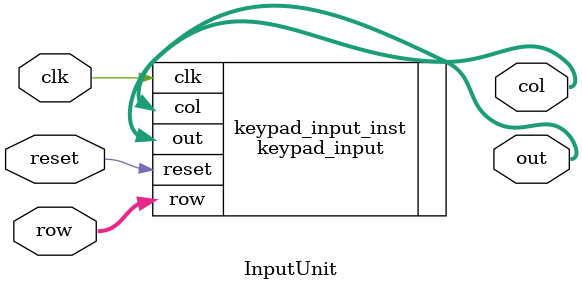
<source format=sv>
module InputUnit
(
   input clk,
	input reset,
	input [3:0] row,
	output [3:0] col,
	output [16:0] out
);

   wire [15:0] wire1;
	
	wire [7:0] wire2;
	
	keypad_input keypad_input_inst
	(
	   .clk(clk),
		.reset(reset),
		.row(row),
		.col(col),
		.out(out)
	);
	
endmodule 
</source>
